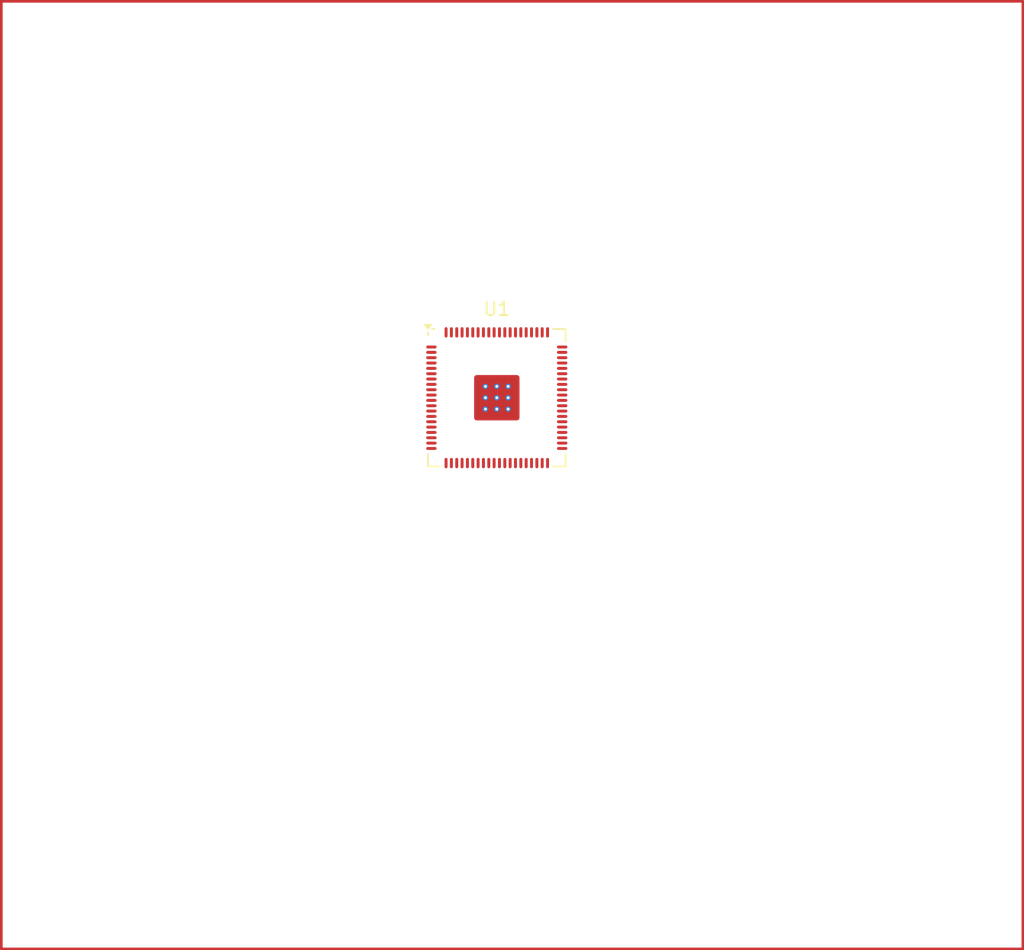
<source format=kicad_pcb>
(kicad_pcb (version 20241229) (generator "pcbnew") (generator_version "9.0")
  (layers (0 "F.Cu" signal) (2 "B.Cu" signal) (13 "F.Paste" user) (15 "B.Paste" user) (5 "F.SilkS" user "F.Silkscreen") (7 "B.SilkS" user "B.Silkscreen") (1 "F.Mask" user) (3 "B.Mask" user) (25 "Edge.Cuts" user))
  (net 0 "")
  (net 1 "Net-(U1-GND)")
  (net 7 "Net-(U1-IOVDD-Pad15)")
  (net 10 "Net-(U1-DVDD-Pad10)")
  (footprint "rpi-lib-kicad-rp235x:QFN-80-1EP_10x10mm_P0.4mm_EP3.4x3.4mm_ThermalVias" (layer "F.Cu") (at 69.103 50.2)
    (property "Reference" "U1" (at 0 -6.65 0) (layer "F.SilkS"))
    (property "Value" "RP2350B")
    (fp_line (start -5.15 -4.675) (end -5.15 -4.91) (stroke (width 0.12)) (layer "F.SilkS"))
    (fp_line (start -5.15 5.15) (end -5.15 4.2) (stroke (width 0.12)) (layer "F.SilkS"))
    (fp_line (start -4.675 -5.15) (end -4.85 -5.15) (stroke (width 0.12)) (layer "F.SilkS"))
    (fp_line (start -4.2 5.15) (end -5.15 5.15) (stroke (width 0.12)) (layer "F.SilkS"))
    (fp_line (start 4.2 -5.15) (end 5.15 -5.15) (stroke (width 0.12)) (layer "F.SilkS"))
    (fp_line (start 4.2 5.15) (end 5.15 5.15) (stroke (width 0.12)) (layer "F.SilkS"))
    (fp_line (start 5.15 -5.15) (end 5.15 -4.2) (stroke (width 0.12)) (layer "F.SilkS"))
    (fp_line (start 5.15 5.15) (end 5.15 4.2) (stroke (width 0.12)) (layer "F.SilkS"))
    (fp_poly (pts (xy -5.15 -5.15) (xy -5.39 -5.48) (xy -4.91 -5.48) (xy -5.15 -5.15)) (stroke (width 0.12)) (fill yes) (layer "F.SilkS"))
    (pad "1" smd oval (at -4.897 -3.8 90) (size 0.22 0.78) (layers "F.Cu" "F.Mask" "F.Paste"))
    (pad "2" smd oval (at -4.897 -3.4 90) (size 0.22 0.78) (layers "F.Cu" "F.Mask" "F.Paste"))
    (pad "3" smd oval (at -4.897 -3 90) (size 0.22 0.78) (layers "F.Cu" "F.Mask" "F.Paste"))
    (pad "4" smd oval (at -4.897 -2.6 90) (size 0.22 0.78) (layers "F.Cu" "F.Mask" "F.Paste"))
    (pad "5" smd oval (at -4.897 -2.2 90) (size 0.22 0.78) (layers "F.Cu" "F.Mask" "F.Paste") (net 7 "Net-(U1-IOVDD-Pad15)"))
    (pad "6" smd oval (at -4.897 -1.8 90) (size 0.22 0.78) (layers "F.Cu" "F.Mask" "F.Paste"))
    (pad "7" smd oval (at -4.897 -1.4 90) (size 0.22 0.78) (layers "F.Cu" "F.Mask" "F.Paste"))
    (pad "8" smd oval (at -4.897 -1 90) (size 0.22 0.78) (layers "F.Cu" "F.Mask" "F.Paste"))
    (pad "9" smd oval (at -4.897 -0.6 90) (size 0.22 0.78) (layers "F.Cu" "F.Mask" "F.Paste"))
    (pad "10" smd oval (at -4.897 -0.2 90) (size 0.22 0.78) (layers "F.Cu" "F.Mask" "F.Paste") (net 10 "Net-(U1-DVDD-Pad10)"))
    (pad "11" smd oval (at -4.897 0.2 90) (size 0.22 0.78) (layers "F.Cu" "F.Mask" "F.Paste"))
    (pad "12" smd oval (at -4.897 0.6 90) (size 0.22 0.78) (layers "F.Cu" "F.Mask" "F.Paste"))
    (pad "13" smd oval (at -4.897 1 90) (size 0.22 0.78) (layers "F.Cu" "F.Mask" "F.Paste"))
    (pad "14" smd oval (at -4.897 1.4 90) (size 0.22 0.78) (layers "F.Cu" "F.Mask" "F.Paste"))
    (pad "15" smd oval (at -4.897 1.8 90) (size 0.22 0.78) (layers "F.Cu" "F.Mask" "F.Paste") (net 7 "Net-(U1-IOVDD-Pad15)"))
    (pad "16" smd oval (at -4.897 2.2 90) (size 0.22 0.78) (layers "F.Cu" "F.Mask" "F.Paste"))
    (pad "17" smd oval (at -4.897 2.6 90) (size 0.22 0.78) (layers "F.Cu" "F.Mask" "F.Paste"))
    (pad "18" smd oval (at -4.897 3 90) (size 0.22 0.78) (layers "F.Cu" "F.Mask" "F.Paste"))
    (pad "19" smd oval (at -4.897 3.4 90) (size 0.22 0.78) (layers "F.Cu" "F.Mask" "F.Paste"))
    (pad "20" smd oval (at -4.897 3.8 90) (size 0.22 0.78) (layers "F.Cu" "F.Mask" "F.Paste"))
    (pad "21" smd oval (at -3.8 4.897) (size 0.22 0.78) (layers "F.Cu" "F.Mask" "F.Paste"))
    (pad "22" smd oval (at -3.4 4.897) (size 0.22 0.78) (layers "F.Cu" "F.Mask" "F.Paste"))
    (pad "23" smd oval (at -3 4.897) (size 0.22 0.78) (layers "F.Cu" "F.Mask" "F.Paste"))
    (pad "24" smd oval (at -2.6 4.897) (size 0.22 0.78) (layers "F.Cu" "F.Mask" "F.Paste") (net 7 "Net-(U1-IOVDD-Pad15)"))
    (pad "25" smd oval (at -2.2 4.897) (size 0.22 0.78) (layers "F.Cu" "F.Mask" "F.Paste"))
    (pad "26" smd oval (at -1.8 4.897) (size 0.22 0.78) (layers "F.Cu" "F.Mask" "F.Paste"))
    (pad "27" smd oval (at -1.4 4.897) (size 0.22 0.78) (layers "F.Cu" "F.Mask" "F.Paste"))
    (pad "28" smd oval (at -1 4.897) (size 0.22 0.78) (layers "F.Cu" "F.Mask" "F.Paste"))
    (pad "29" smd oval (at -0.6 4.897) (size 0.22 0.78) (layers "F.Cu" "F.Mask" "F.Paste") (net 7 "Net-(U1-IOVDD-Pad15)"))
    (pad "30" smd oval (at -0.2 4.897) (size 0.22 0.78) (layers "F.Cu" "F.Mask" "F.Paste"))
    (pad "31" smd oval (at 0.2 4.897) (size 0.22 0.78) (layers "F.Cu" "F.Mask" "F.Paste"))
    (pad "32" smd oval (at 0.6 4.897) (size 0.22 0.78) (layers "F.Cu" "F.Mask" "F.Paste") (net 10 "Net-(U1-DVDD-Pad10)"))
    (pad "33" smd oval (at 1 4.897) (size 0.22 0.78) (layers "F.Cu" "F.Mask" "F.Paste"))
    (pad "34" smd oval (at 1.4 4.897) (size 0.22 0.78) (layers "F.Cu" "F.Mask" "F.Paste"))
    (pad "35" smd oval (at 1.8 4.897) (size 0.22 0.78) (layers "F.Cu" "F.Mask" "F.Paste"))
    (pad "36" smd oval (at 2.2 4.897) (size 0.22 0.78) (layers "F.Cu" "F.Mask" "F.Paste"))
    (pad "37" smd oval (at 2.6 4.897) (size 0.22 0.78) (layers "F.Cu" "F.Mask" "F.Paste"))
    (pad "38" smd oval (at 3 4.897) (size 0.22 0.78) (layers "F.Cu" "F.Mask" "F.Paste"))
    (pad "39" smd oval (at 3.4 4.897) (size 0.22 0.78) (layers "F.Cu" "F.Mask" "F.Paste"))
    (pad "40" smd oval (at 3.8 4.897) (size 0.22 0.78) (layers "F.Cu" "F.Mask" "F.Paste"))
    (pad "41" smd oval (at 4.897 3.8 90) (size 0.22 0.78) (layers "F.Cu" "F.Mask" "F.Paste") (net 7 "Net-(U1-IOVDD-Pad15)"))
    (pad "42" smd oval (at 4.897 3.4 90) (size 0.22 0.78) (layers "F.Cu" "F.Mask" "F.Paste"))
    (pad "43" smd oval (at 4.897 3 90) (size 0.22 0.78) (layers "F.Cu" "F.Mask" "F.Paste"))
    (pad "44" smd oval (at 4.897 2.6 90) (size 0.22 0.78) (layers "F.Cu" "F.Mask" "F.Paste"))
    (pad "45" smd oval (at 4.897 2.2 90) (size 0.22 0.78) (layers "F.Cu" "F.Mask" "F.Paste"))
    (pad "46" smd oval (at 4.897 1.8 90) (size 0.22 0.78) (layers "F.Cu" "F.Mask" "F.Paste"))
    (pad "47" smd oval (at 4.897 1.4 90) (size 0.22 0.78) (layers "F.Cu" "F.Mask" "F.Paste"))
    (pad "48" smd oval (at 4.897 1 90) (size 0.22 0.78) (layers "F.Cu" "F.Mask" "F.Paste"))
    (pad "49" smd oval (at 4.897 0.6 90) (size 0.22 0.78) (layers "F.Cu" "F.Mask" "F.Paste"))
    (pad "50" smd oval (at 4.897 0.2 90) (size 0.22 0.78) (layers "F.Cu" "F.Mask" "F.Paste") (net 7 "Net-(U1-IOVDD-Pad15)"))
    (pad "51" smd oval (at 4.897 -0.2 90) (size 0.22 0.78) (layers "F.Cu" "F.Mask" "F.Paste") (net 10 "Net-(U1-DVDD-Pad10)"))
    (pad "52" smd oval (at 4.897 -0.6 90) (size 0.22 0.78) (layers "F.Cu" "F.Mask" "F.Paste"))
    (pad "53" smd oval (at 4.897 -1 90) (size 0.22 0.78) (layers "F.Cu" "F.Mask" "F.Paste"))
    (pad "54" smd oval (at 4.897 -1.4 90) (size 0.22 0.78) (layers "F.Cu" "F.Mask" "F.Paste"))
    (pad "55" smd oval (at 4.897 -1.8 90) (size 0.22 0.78) (layers "F.Cu" "F.Mask" "F.Paste"))
    (pad "56" smd oval (at 4.897 -2.2 90) (size 0.22 0.78) (layers "F.Cu" "F.Mask" "F.Paste"))
    (pad "57" smd oval (at 4.897 -2.6 90) (size 0.22 0.78) (layers "F.Cu" "F.Mask" "F.Paste"))
    (pad "58" smd oval (at 4.897 -3 90) (size 0.22 0.78) (layers "F.Cu" "F.Mask" "F.Paste"))
    (pad "59" smd oval (at 4.897 -3.4 90) (size 0.22 0.78) (layers "F.Cu" "F.Mask" "F.Paste"))
    (pad "60" smd oval (at 4.897 -3.8 90) (size 0.22 0.78) (layers "F.Cu" "F.Mask" "F.Paste") (net 7 "Net-(U1-IOVDD-Pad15)"))
    (pad "61" smd oval (at 3.8 -4.897) (size 0.22 0.78) (layers "F.Cu" "F.Mask" "F.Paste"))
    (pad "62" smd oval (at 3.4 -4.897) (size 0.22 0.78) (layers "F.Cu" "F.Mask" "F.Paste") (net 1 "Net-(U1-GND)"))
    (pad "63" smd oval (at 3 -4.897) (size 0.22 0.78) (layers "F.Cu" "F.Mask" "F.Paste"))
    (pad "64" smd oval (at 2.6 -4.897) (size 0.22 0.78) (layers "F.Cu" "F.Mask" "F.Paste"))
    (pad "65" smd oval (at 2.2 -4.897) (size 0.22 0.78) (layers "F.Cu" "F.Mask" "F.Paste"))
    (pad "66" smd oval (at 1.8 -4.897) (size 0.22 0.78) (layers "F.Cu" "F.Mask" "F.Paste"))
    (pad "67" smd oval (at 1.4 -4.897) (size 0.22 0.78) (layers "F.Cu" "F.Mask" "F.Paste"))
    (pad "68" smd oval (at 1 -4.897) (size 0.22 0.78) (layers "F.Cu" "F.Mask" "F.Paste"))
    (pad "69" smd oval (at 0.6 -4.897) (size 0.22 0.78) (layers "F.Cu" "F.Mask" "F.Paste"))
    (pad "70" smd oval (at 0.2 -4.897) (size 0.22 0.78) (layers "F.Cu" "F.Mask" "F.Paste"))
    (pad "71" smd oval (at -0.2 -4.897) (size 0.22 0.78) (layers "F.Cu" "F.Mask" "F.Paste"))
    (pad "72" smd oval (at -0.6 -4.897) (size 0.22 0.78) (layers "F.Cu" "F.Mask" "F.Paste"))
    (pad "73" smd oval (at -1 -4.897) (size 0.22 0.78) (layers "F.Cu" "F.Mask" "F.Paste"))
    (pad "74" smd oval (at -1.4 -4.897) (size 0.22 0.78) (layers "F.Cu" "F.Mask" "F.Paste"))
    (pad "75" smd oval (at -1.8 -4.897) (size 0.22 0.78) (layers "F.Cu" "F.Mask" "F.Paste"))
    (pad "76" smd oval (at -2.2 -4.897) (size 0.22 0.78) (layers "F.Cu" "F.Mask" "F.Paste") (net 7 "Net-(U1-IOVDD-Pad15)"))
    (pad "77" smd oval (at -2.6 -4.897) (size 0.22 0.78) (layers "F.Cu" "F.Mask" "F.Paste"))
    (pad "78" smd oval (at -3 -4.897) (size 0.22 0.78) (layers "F.Cu" "F.Mask" "F.Paste"))
    (pad "79" smd oval (at -3.4 -4.897) (size 0.22 0.78) (layers "F.Cu" "F.Mask" "F.Paste"))
    (pad "80" smd oval (at -3.8 -4.897) (size 0.22 0.78) (layers "F.Cu" "F.Mask" "F.Paste"))
    (pad "81" thru_hole circle (at -0.85 -0.85) (size 0.425 0.425) (drill 0.2125) (property pad_prop_heatsink) (layers "*.Cu" "*.Mask") (net 1 "Net-(U1-GND)"))
    (pad "81" thru_hole circle (at -0.85 0) (size 0.425 0.425) (drill 0.2125) (property pad_prop_heatsink) (layers "*.Cu" "*.Mask") (net 1 "Net-(U1-GND)"))
    (pad "81" thru_hole circle (at -0.85 0.85) (size 0.425 0.425) (drill 0.2125) (property pad_prop_heatsink) (layers "*.Cu" "*.Mask") (net 1 "Net-(U1-GND)"))
    (pad "81" thru_hole circle (at 0 -0.85) (size 0.425 0.425) (drill 0.2125) (property pad_prop_heatsink) (layers "*.Cu" "*.Mask") (net 1 "Net-(U1-GND)"))
    (pad "81" thru_hole circle (at 0 0) (size 0.425 0.425) (drill 0.2125) (property pad_prop_heatsink) (layers "*.Cu" "*.Mask") (net 1 "Net-(U1-GND)"))
    (pad "81" smd roundrect (at 0 0) (size 3.4 3.4) (layers "F.Cu" "F.Mask") (roundrect_rratio 0.05882352941) (net 1 "Net-(U1-GND)"))
    (pad "81" thru_hole circle (at 0 0.85) (size 0.425 0.425) (drill 0.2125) (property pad_prop_heatsink) (layers "*.Cu" "*.Mask") (net 1 "Net-(U1-GND)"))
    (pad "81" thru_hole circle (at 0.85 -0.85) (size 0.425 0.425) (drill 0.2125) (property pad_prop_heatsink) (layers "*.Cu" "*.Mask") (net 1 "Net-(U1-GND)"))
    (pad "81" thru_hole circle (at 0.85 0) (size 0.425 0.425) (drill 0.2125) (property pad_prop_heatsink) (layers "*.Cu" "*.Mask") (net 1 "Net-(U1-GND)"))
    (pad "81" thru_hole circle (at 0.85 0.85) (size 0.425 0.425) (drill 0.2125) (property pad_prop_heatsink) (layers "*.Cu" "*.Mask") (net 1 "Net-(U1-GND)"))
  )
  (gr_rect (start 32 20.5) (end 108.5 91.5) (stroke (width 0.2)) (fill no) (layer "F.Cu"))
)
</source>
